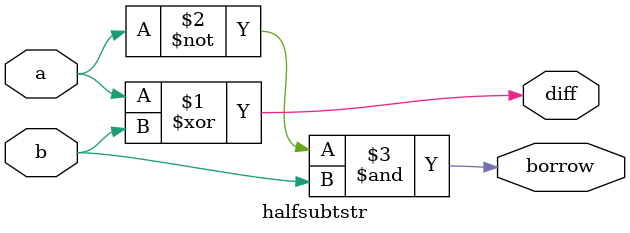
<source format=v>
module halfsubtstr(diff,borrow,a,b);

output diff,borrow; 
input a,b; 
xor(diff,a,b); 
and( borrow,~a,b); 
endmodule

</source>
